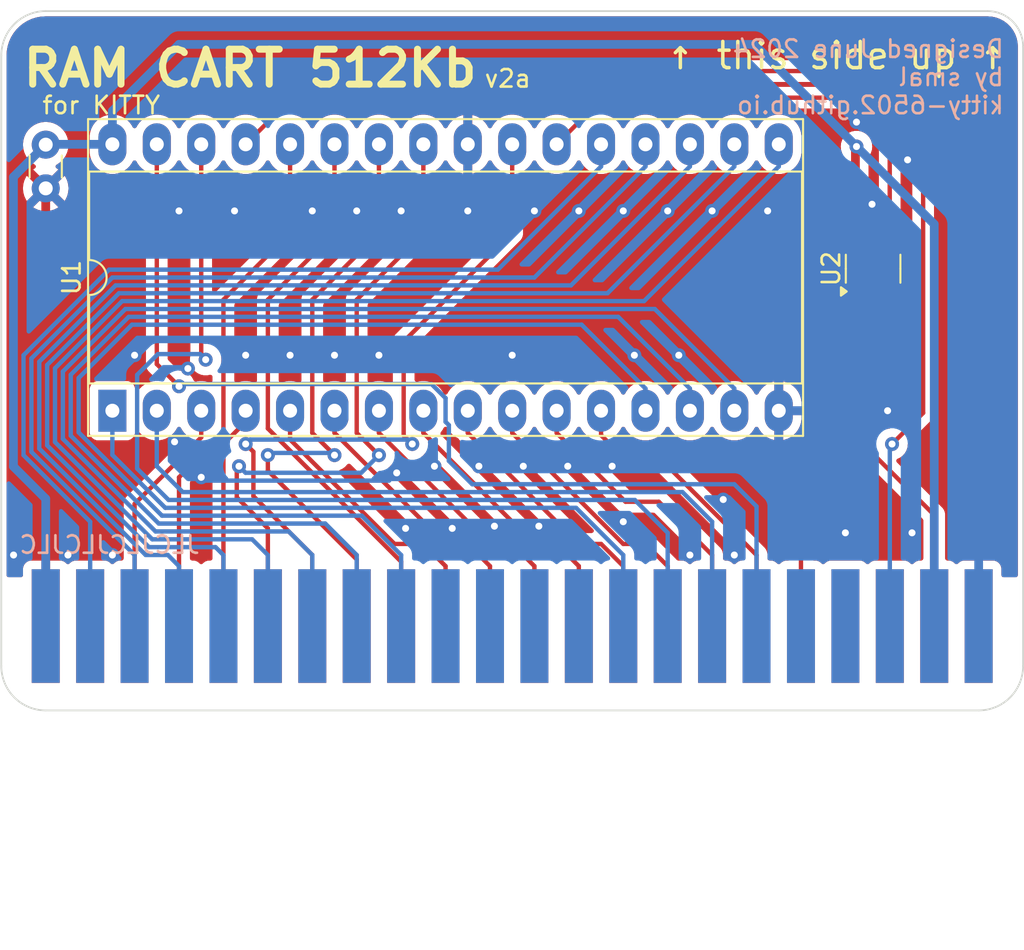
<source format=kicad_pcb>
(kicad_pcb (version 20240108) (generator "pcbnew") (generator_version "8.0")
  (layers (0 "F.Cu" signal) (31 "B.Cu" signal) (34 "B.Paste" user) (35 "F.Paste" user) (36 "B.SilkS" user "B.Silkscreen") (37 "F.SilkS" user "F.Silkscreen") (38 "B.Mask" user) (39 "F.Mask" user) (44 "Edge.Cuts" user))
  (net 0 "")
  (net 1 "GND")
  (net 2 "+5V")
  (net 3 "~{SEL}")
  (net 4 "~{CART}")
  (net 5 "A15")
  (net 6 "D7")
  (net 7 "A14")
  (net 8 "D6")
  (net 9 "A13")
  (net 10 "D5")
  (net 11 "A12")
  (net 12 "D4")
  (net 13 "A11")
  (net 14 "D3")
  (net 15 "A10")
  (net 16 "D2")
  (net 17 "A9")
  (net 18 "D1")
  (net 19 "A8")
  (net 20 "D0")
  (net 21 "A7")
  (net 22 "B7")
  (net 23 "A6")
  (net 24 "B6")
  (net 25 "A5")
  (net 26 "B5")
  (net 27 "A4")
  (net 28 "B4")
  (net 29 "A3")
  (net 30 "B3")
  (net 31 "A2")
  (net 32 "B2")
  (net 33 "A1")
  (net 34 "B1")
  (net 35 "A0")
  (net 36 "B0")
  (net 37 "3M")
  (net 38 "~{NMI}")
  (net 39 "~{R}{slash}W")
  (net 40 "~{RESET}")
  (net 41 "R{slash}~{W}")
  (net 43 "Net-(U1-CE#)")
  (footprint "Capacitor_THT:C_Disc_D3.0mm_W1.6mm_P2.50mm" (layer "F.Cu") (at 43.18 66.655 90)
    (property "Reference" "C1" (hide yes))
    (property "Value" "100nF")
    (fp_line (start 0.621 -0.92) (end 1.879 -0.92) (stroke (width 0.12)) (layer "F.SilkS"))
    (fp_line (start 0.621 0.92) (end 1.879 0.92) (stroke (width 0.12)) (layer "F.SilkS"))
    (pad "1" thru_hole circle (at 0 0 90) (size 1.6 1.6) (drill 0.8) (layers "*.Cu" "*.Mask") (net 1 "GND"))
    (pad "2" thru_hole circle (at 2.5 0 90) (size 1.6 1.6) (drill 0.8) (layers "*.Cu" "*.Mask") (net 2 "+5V"))
  )
  (footprint "Package_DIP:DIP-32_W15.24mm_Socket_LongPads" (layer "F.Cu") (at 46.99 79.375 90)
    (property "Reference" "U1" (at 7.62 -2.33 90) (layer "F.SilkS"))
    (property "Value" "AS6C4008-55PCN")
    (fp_line (start 16.68 -1.39) (end -1.44 -1.39) (stroke (width 0.12)) (layer "F.SilkS"))
    (fp_line (start -1.44 -1.39) (end -1.44 39.49) (stroke (width 0.12)) (layer "F.SilkS"))
    (fp_line (start 13.68 -1.33) (end 8.62 -1.33) (stroke (width 0.12)) (layer "F.SilkS"))
    (fp_line (start 6.62 -1.33) (end 1.56 -1.33) (stroke (width 0.12)) (layer "F.SilkS"))
    (fp_line (start 1.56 -1.33) (end 1.56 39.43) (stroke (width 0.12)) (layer "F.SilkS"))
    (fp_line (start 13.68 39.43) (end 13.68 -1.33) (stroke (width 0.12)) (layer "F.SilkS"))
    (fp_line (start 1.56 39.43) (end 13.68 39.43) (stroke (width 0.12)) (layer "F.SilkS"))
    (fp_line (start 16.68 39.49) (end 16.68 -1.39) (stroke (width 0.12)) (layer "F.SilkS"))
    (fp_line (start -1.44 39.49) (end 16.68 39.49) (stroke (width 0.12)) (layer "F.SilkS"))
    (fp_arc (start 8.62 -1.33) (mid 7.62 -0.33) (end 6.62 -1.33) (stroke (width 0.12)) (layer "F.SilkS"))
    (pad "1" thru_hole rect (at 0 0 90) (size 2.4 1.6) (drill 0.8) (layers "*.Cu" "*.Mask") (net 30 "B3"))
    (pad "2" thru_hole oval (at 0 2.54 90) (size 2.4 1.6) (drill 0.8) (layers "*.Cu" "*.Mask") (net 34 "B1"))
    (pad "3" thru_hole oval (at 0 5.08 90) (size 2.4 1.6) (drill 0.8) (layers "*.Cu" "*.Mask") (net 7 "A14"))
    (pad "4" thru_hole oval (at 0 7.62 90) (size 2.4 1.6) (drill 0.8) (layers "*.Cu" "*.Mask") (net 11 "A12"))
    (pad "5" thru_hole oval (at 0 10.16 90) (size 2.4 1.6) (drill 0.8) (layers "*.Cu" "*.Mask") (net 21 "A7"))
    (pad "6" thru_hole oval (at 0 12.7 90) (size 2.4 1.6) (drill 0.8) (layers "*.Cu" "*.Mask") (net 23 "A6"))
    (pad "7" thru_hole oval (at 0 15.24 90) (size 2.4 1.6) (drill 0.8) (layers "*.Cu" "*.Mask") (net 25 "A5"))
    (pad "8" thru_hole oval (at 0 17.78 90) (size 2.4 1.6) (drill 0.8) (layers "*.Cu" "*.Mask") (net 27 "A4"))
    (pad "9" thru_hole oval (at 0 20.32 90) (size 2.4 1.6) (drill 0.8) (layers "*.Cu" "*.Mask") (net 29 "A3"))
    (pad "10" thru_hole oval (at 0 22.86 90) (size 2.4 1.6) (drill 0.8) (layers "*.Cu" "*.Mask") (net 31 "A2"))
    (pad "11" thru_hole oval (at 0 25.4 90) (size 2.4 1.6) (drill 0.8) (layers "*.Cu" "*.Mask") (net 33 "A1"))
    (pad "12" thru_hole oval (at 0 27.94 90) (size 2.4 1.6) (drill 0.8) (layers "*.Cu" "*.Mask") (net 35 "A0"))
    (pad "13" thru_hole oval (at 0 30.48 90) (size 2.4 1.6) (drill 0.8) (layers "*.Cu" "*.Mask") (net 20 "D0"))
    (pad "14" thru_hole oval (at 0 33.02 90) (size 2.4 1.6) (drill 0.8) (layers "*.Cu" "*.Mask") (net 18 "D1"))
    (pad "15" thru_hole oval (at 0 35.56 90) (size 2.4 1.6) (drill 0.8) (layers "*.Cu" "*.Mask") (net 16 "D2"))
    (pad "16" thru_hole oval (at 0 38.1 90) (size 2.4 1.6) (drill 0.8) (layers "*.Cu" "*.Mask") (net 1 "GND"))
    (pad "17" thru_hole oval (at 15.24 38.1 90) (size 2.4 1.6) (drill 0.8) (layers "*.Cu" "*.Mask") (net 14 "D3"))
    (pad "18" thru_hole oval (at 15.24 35.56 90) (size 2.4 1.6) (drill 0.8) (layers "*.Cu" "*.Mask") (net 12 "D4"))
    (pad "19" thru_hole oval (at 15.24 33.02 90) (size 2.4 1.6) (drill 0.8) (layers "*.Cu" "*.Mask") (net 10 "D5"))
    (pad "20" thru_hole oval (at 15.24 30.48 90) (size 2.4 1.6) (drill 0.8) (layers "*.Cu" "*.Mask") (net 8 "D6"))
    (pad "21" thru_hole oval (at 15.24 27.94 90) (size 2.4 1.6) (drill 0.8) (layers "*.Cu" "*.Mask") (net 6 "D7"))
    (pad "22" thru_hole oval (at 15.24 25.4 90) (size 2.4 1.6) (drill 0.8) (layers "*.Cu" "*.Mask") (net 43 "Net-(U1-CE#)"))
    (pad "23" thru_hole oval (at 15.24 22.86 90) (size 2.4 1.6) (drill 0.8) (layers "*.Cu" "*.Mask") (net 15 "A10"))
    (pad "24" thru_hole oval (at 15.24 20.32 90) (size 2.4 1.6) (drill 0.8) (layers "*.Cu" "*.Mask") (net 1 "GND"))
    (pad "25" thru_hole oval (at 15.24 17.78 90) (size 2.4 1.6) (drill 0.8) (layers "*.Cu" "*.Mask") (net 13 "A11"))
    (pad "26" thru_hole oval (at 15.24 15.24 90) (size 2.4 1.6) (drill 0.8) (layers "*.Cu" "*.Mask") (net 17 "A9"))
    (pad "27" thru_hole oval (at 15.24 12.7 90) (size 2.4 1.6) (drill 0.8) (layers "*.Cu" "*.Mask") (net 19 "A8"))
    (pad "28" thru_hole oval (at 15.24 10.16 90) (size 2.4 1.6) (drill 0.8) (layers "*.Cu" "*.Mask") (net 9 "A13"))
    (pad "29" thru_hole oval (at 15.24 7.62 90) (size 2.4 1.6) (drill 0.8) (layers "*.Cu" "*.Mask") (net 41 "R{slash}~{W}"))
    (pad "30" thru_hole oval (at 15.24 5.08 90) (size 2.4 1.6) (drill 0.8) (layers "*.Cu" "*.Mask") (net 32 "B2"))
    (pad "31" thru_hole oval (at 15.24 2.54 90) (size 2.4 1.6) (drill 0.8) (layers "*.Cu" "*.Mask") (net 36 "B0"))
    (pad "32" thru_hole oval (at 15.24 0 90) (size 2.4 1.6) (drill 0.8) (layers "*.Cu" "*.Mask") (net 2 "+5V"))
  )
  (footprint "Package_TO_SOT_SMD:SOT-23-5" (layer "F.Cu") (at 90.485 71.2525 90)
    (property "Reference" "U2" (at 0 -2.4 -90) (layer "F.SilkS"))
    (property "Value" "74AHCT1G32")
    (fp_line (start 0 -1.56) (end 0.8 -1.56) (stroke (width 0.12)) (layer "F.SilkS"))
    (fp_line (start 0 -1.56) (end -0.8 -1.56) (stroke (width 0.12)) (layer "F.SilkS"))
    (fp_line (start 0 1.56) (end 0.8 1.56) (stroke (width 0.12)) (layer "F.SilkS"))
    (fp_line (start 0 1.56) (end -0.8 1.56) (stroke (width 0.12)) (layer "F.SilkS"))
    (fp_poly (pts (xy -1.3 -1.51) (xy -1.54 -1.84) (xy -1.06 -1.84) (xy -1.3 -1.51)) (stroke (width 0.12)) (fill solid) (layer "F.SilkS"))
    (pad "1" smd roundrect (at -1.1375 -0.95 90) (size 1.325 0.6) (layers "F.Cu" "F.Paste" "F.Mask") (net 4 "~{CART}"))
    (pad "2" smd roundrect (at -1.1375 0 90) (size 1.325 0.6) (layers "F.Cu" "F.Paste" "F.Mask") (net 3 "~{SEL}"))
    (pad "3" smd roundrect (at -1.1375 0.95 90) (size 1.325 0.6) (layers "F.Cu" "F.Paste" "F.Mask") (net 1 "GND"))
    (pad "4" smd roundrect (at 1.1375 0.95 90) (size 1.325 0.6) (layers "F.Cu" "F.Paste" "F.Mask") (net 43 "Net-(U1-CE#)"))
    (pad "5" smd roundrect (at 1.1375 -0.95 90) (size 1.325 0.6) (layers "F.Cu" "F.Paste" "F.Mask") (net 2 "+5V"))
  )
  (footprint "Smal:KITTY_Cart_Edge" (layer "F.Cu") (at 43.18 94.234)
    (property "Reference" "J1" (hide yes))
    (property "Value" "Conn_02x22_Odd_Even" (hide yes))
    (pad "1" smd rect (at 0 -2.54 180) (size 1.6 6.5) (layers "F.Cu" "F.Paste" "F.Mask") (net 1 "GND"))
    (pad "2" smd rect (at 0 -2.54 180) (size 1.6 6.5) (layers "B.Cu" "B.Paste" "B.Mask") (net 2 "+5V"))
    (pad "3" smd rect (at 2.54 -2.54 180) (size 1.6 6.5) (layers "F.Cu" "F.Paste" "F.Mask") (net 5 "A15"))
    (pad "4" smd rect (at 2.54 -2.54 180) (size 1.6 6.5) (layers "B.Cu" "B.Paste" "B.Mask") (net 6 "D7"))
    (pad "5" smd rect (at 5.08 -2.54 180) (size 1.6 6.5) (layers "F.Cu" "F.Paste" "F.Mask") (net 7 "A14"))
    (pad "6" smd rect (at 5.08 -2.54 180) (size 1.6 6.5) (layers "B.Cu" "B.Paste" "B.Mask") (net 8 "D6"))
    (pad "7" smd rect (at 7.62 -2.54 180) (size 1.6 6.5) (layers "F.Cu" "F.Paste" "F.Mask") (net 9 "A13"))
    (pad "8" smd rect (at 7.62 -2.54 180) (size 1.6 6.5) (layers "B.Cu" "B.Paste" "B.Mask") (net 10 "D5"))
    (pad "9" smd rect (at 10.16 -2.54 180) (size 1.6 6.5) (layers "F.Cu" "F.Paste" "F.Mask") (net 11 "A12"))
    (pad "10" smd rect (at 10.16 -2.54 180) (size 1.6 6.5) (layers "B.Cu" "B.Paste" "B.Mask") (net 12 "D4"))
    (pad "11" smd rect (at 12.7 -2.54 180) (size 1.6 6.5) (layers "F.Cu" "F.Paste" "F.Mask") (net 13 "A11"))
    (pad "12" smd rect (at 12.7 -2.54 180) (size 1.6 6.5) (layers "B.Cu" "B.Paste" "B.Mask") (net 14 "D3"))
    (pad "13" smd rect (at 15.24 -2.54 180) (size 1.6 6.5) (layers "F.Cu" "F.Paste" "F.Mask") (net 15 "A10"))
    (pad "14" smd rect (at 15.24 -2.54 180) (size 1.6 6.5) (layers "B.Cu" "B.Paste" "B.Mask") (net 16 "D2"))
    (pad "15" smd rect (at 17.78 -2.54 180) (size 1.6 6.5) (layers "F.Cu" "F.Paste" "F.Mask") (net 17 "A9"))
    (pad "16" smd rect (at 17.78 -2.54 180) (size 1.6 6.5) (layers "B.Cu" "B.Paste" "B.Mask") (net 18 "D1"))
    (pad "17" smd rect (at 20.32 -2.54 180) (size 1.6 6.5) (layers "F.Cu" "F.Paste" "F.Mask") (net 19 "A8"))
    (pad "18" smd rect (at 20.32 -2.54 180) (size 1.6 6.5) (layers "B.Cu" "B.Paste" "B.Mask") (net 20 "D0"))
    (pad "19" smd rect (at 22.86 -2.54 180) (size 1.6 6.5) (layers "F.Cu" "F.Paste" "F.Mask") (net 21 "A7"))
    (pad "20" smd rect (at 22.86 -2.54 180) (size 1.6 6.5) (layers "B.Cu" "B.Paste" "B.Mask") (net 22 "B7"))
    (pad "21" smd rect (at 25.4 -2.54 180) (size 1.6 6.5) (layers "F.Cu" "F.Paste" "F.Mask") (net 23 "A6"))
    (pad "22" smd rect (at 25.4 -2.54 180) (size 1.6 6.5) (layers "B.Cu" "B.Paste" "B.Mask") (net 24 "B6"))
    (pad "23" smd rect (at 27.94 -2.54 180) (size 1.6 6.5) (layers "F.Cu" "F.Paste" "F.Mask") (net 25 "A5"))
    (pad "24" smd rect (at 27.94 -2.54 180) (size 1.6 6.5) (layers "B.Cu" "B.Paste" "B.Mask") (net 26 "B5"))
    (pad "25" smd rect (at 30.48 -2.54 180) (size 1.6 6.5) (layers "F.Cu" "F.Paste" "F.Mask") (net 27 "A4"))
    (pad "26" smd rect (at 30.48 -2.54 180) (size 1.6 6.5) (layers "B.Cu" "B.Paste" "B.Mask") (net 28 "B4"))
    (pad "27" smd rect (at 33.02 -2.54 180) (size 1.6 6.5) (layers "F.Cu" "F.Paste" "F.Mask") (net 29 "A3"))
    (pad "28" smd rect (at 33.02 -2.54 180) (size 1.6 6.5) (layers "B.Cu" "B.Paste" "B.Mask") (net 30 "B3"))
    (pad "29" smd rect (at 35.56 -2.54 180) (size 1.6 6.5) (layers "F.Cu" "F.Paste" "F.Mask") (net 31 "A2"))
    (pad "30" smd rect (at 35.56 -2.54 180) (size 1.6 6.5) (layers "B.Cu" "B.Paste" "B.Mask") (net 32 "B2"))
    (pad "31" smd rect (at 38.1 -2.54 180) (size 1.6 6.5) (layers "F.Cu" "F.Paste" "F.Mask") (net 33 "A1"))
    (pad "32" smd rect (at 38.1 -2.54 180) (size 1.6 6.5) (layers "B.Cu" "B.Paste" "B.Mask") (net 34 "B1"))
    (pad "33" smd rect (at 40.64 -2.54 180) (size 1.6 6.5) (layers "F.Cu" "F.Paste" "F.Mask") (net 35 "A0"))
    (pad "34" smd rect (at 40.64 -2.54 180) (size 1.6 6.5) (layers "B.Cu" "B.Paste" "B.Mask") (net 36 "B0"))
    (pad "35" smd rect (at 43.18 -2.54 180) (size 1.6 6.5) (layers "F.Cu" "F.Paste" "F.Mask") (net 4 "~{CART}"))
    (pad "36" smd rect (at 43.18 -2.54 180) (size 1.6 6.5) (layers "B.Cu" "B.Paste" "B.Mask") (net 37 "3M"))
    (pad "37" smd rect (at 45.72 -2.54 180) (size 1.6 6.5) (layers "F.Cu" "F.Paste" "F.Mask") (net 38 "~{NMI}"))
    (pad "38" smd rect (at 45.72 -2.54 180) (size 1.6 6.5) (layers "B.Cu" "B.Paste" "B.Mask") (net 39 "~{R}{slash}W"))
    (pad "39" smd rect (at 48.26 -2.54 180) (size 1.6 6.5) (layers "F.Cu" "F.Paste" "F.Mask") (net 40 "~{RESET}"))
    (pad "40" smd rect (at 48.26 -2.54 180) (size 1.6 6.5) (layers "B.Cu" "B.Paste" "B.Mask") (net 41 "R{slash}~{W}"))
    (pad "41" smd rect (at 50.8 -2.54 180) (size 1.6 6.5) (layers "F.Cu" "F.Paste" "F.Mask") (net 3 "~{SEL}"))
    (pad "42" smd rect (at 50.8 -2.54 180) (size 1.6 6.5) (layers "B.Cu" "B.Paste" "B.Mask") (net 2 "+5V"))
    (pad "43" smd rect (at 53.34 -2.54 180) (size 1.6 6.5) (layers "F.Cu" "F.Paste" "F.Mask"))
    (pad "44" smd rect (at 53.34 -2.54 180) (size 1.6 6.5) (layers "B.Cu" "B.Paste" "B.Mask") (net 1 "GND"))
  )
  (gr_line (start 40.64 59.055) (end 40.64 93.98) (stroke (width 0.1)) (layer "Edge.Cuts"))
  (gr_arc (start 40.64 59.055) (mid 41.383949 57.258949) (end 43.18 56.515) (stroke (width 0.1)) (layer "Edge.Cuts"))
  (gr_line (start 43.18 56.515) (end 97.027999 56.515) (stroke (width 0.1)) (layer "Edge.Cuts"))
  (gr_arc (start 97.027999 56.515) (mid 98.46484 57.110159) (end 99.059999 58.547) (stroke (width 0.1)) (layer "Edge.Cuts"))
  (gr_arc (start 43.18 96.52) (mid 41.383949 95.776051) (end 40.64 93.98) (stroke (width 0.1)) (layer "Edge.Cuts"))
  (gr_line (start 99.06 93.98) (end 99.06 58.547) (stroke (width 0.1)) (layer "Edge.Cuts"))
  (gr_arc (start 99.06 93.98) (mid 98.316051 95.776051) (end 96.52 96.52) (stroke (width 0.1)) (layer "Edge.Cuts"))
  (gr_line (start 96.52 96.52) (end 43.18 96.52) (stroke (width 0.1)) (layer "Edge.Cuts"))
  (gr_text "JLCJLCJLCJLC" (at 52.07 87.63 0) (layer "B.SilkS") (effects (font (size 1 1)) (justify left bottom mirror)))
  (gr_text "Designed June 2024\nby smal\nkitty-6502.github.io" (at 98.044 62.484 0) (layer "B.SilkS") (effects (font (size 1 1)) (justify left bottom mirror)))
  (gr_text "for KITTY" (at 46.355 62.484 0) (layer "F.SilkS") (effects (font (size 1 1)) (justify bottom)))
  (gr_text "RAM CART 512Kb" (at 54.864 60.96 0) (layer "F.SilkS") (effects (font (size 2 2) (thickness 0.4) (bold yes)) (justify bottom)))
  (gr_text "v2a" (at 69.596 60.96 0) (layer "F.SilkS") (effects (font (size 1 1)) (justify bottom)))
  (gr_text "↑ this side up ↑" (at 88.392 59.944 0) (layer "F.SilkS") (effects (font (size 1.5 1.5) (thickness 0.2) (bold yes)) (justify bottom)))
  (segment (start 43.18 81.153) (end 43.18 66.655) (width 0.5) (layer "F.Cu") (net 1))
  (segment (start 43.18 91.694) (end 43.18 81.153) (width 0.5) (layer "F.Cu") (net 1))
  (via (at 92.456 65.024) (size 0.8) (drill 0.4) (layers "F.Cu" "B.Cu") (net 1))
  (via (at 63.5 67.945) (size 0.8) (drill 0.4) (layers "F.Cu" "B.Cu") (net 1))
  (via (at 76.2 85.725) (size 0.8) (drill 0.4) (layers "F.Cu" "B.Cu") (net 1))
  (via (at 63.754 86.106) (size 0.8) (drill 0.4) (layers "F.Cu" "B.Cu") (net 1))
  (via (at 41.34 87.63) (size 0.8) (drill 0.4) (layers "F.Cu" "B.Cu") (net 1))
  (via (at 81.915 84.455) (size 0.8) (drill 0.4) (layers "F.Cu" "B.Cu") (net 1))
  (via (at 67.945 82.55) (size 0.8) (drill 0.4) (layers "F.Cu" "B.Cu") (net 1))
  (via (at 71.12 67.945) (size 0.8) (drill 0.4) (layers "F.Cu" "B.Cu") (net 1))
  (via (at 48.26 76.2) (size 0.8) (drill 0.4) (layers "F.Cu" "B.Cu") (net 1))
  (via (at 60.96 67.945) (size 0.8) (drill 0.4) (layers "F.Cu" "B.Cu") (net 1))
  (via (at 52.07 83.185) (size 0.8) (drill 0.4) (layers "F.Cu" "B.Cu") (net 1))
  (via (at 71.374 85.979) (size 0.8) (drill 0.4) (layers "F.Cu" "B.Cu") (net 1))
  (via (at 63.246 82.931) (size 0.8) (drill 0.4) (layers "F.Cu" "B.Cu") (net 1))
  (via (at 70.485 82.55) (size 0.8) (drill 0.4) (layers "F.Cu" "B.Cu") (net 1))
  (via (at 92.71 86.36) (size 0.8) (drill 0.4) (layers "F.Cu" "B.Cu") (net 1))
  (via (at 90.424 67.564) (size 0.8) (drill 0.4) (layers "F.Cu" "B.Cu") (net 1))
  (via (at 75.565 82.55) (size 0.8) (drill 0.4) (layers "F.Cu" "B.Cu") (net 1))
  (via (at 79.375 76.2) (size 0.8) (drill 0.4) (layers "F.Cu" "B.Cu") (net 1))
  (via (at 58.42 67.945) (size 0.8) (drill 0.4) (layers "F.Cu" "B.Cu") (net 1))
  (via (at 51.308 76.962) (size 0.8) (drill 0.4) (layers "F.Cu" "B.Cu") (net 1))
  (via (at 80.01 87.63) (size 0.8) (drill 0.4) (layers "F.Cu" "B.Cu") (net 1))
  (via (at 78.74 67.945) (size 0.8) (drill 0.4) (layers "F.Cu" "B.Cu") (net 1))
  (via (at 89.535 62.865) (size 0.8) (drill 0.4) (layers "F.Cu" "B.Cu") (net 1))
  (via (at 73.66 67.945) (size 0.8) (drill 0.4) (layers "F.Cu" "B.Cu") (net 1))
  (via (at 44.45 87.63) (size 0.8) (drill 0.4) (layers "F.Cu" "B.Cu") (net 1))
  (via (at 68.834 85.979) (size 0.8) (drill 0.4) (layers "F.Cu" "B.Cu") (net 1))
  (via (at 65.405 82.55) (size 0.8) (drill 0.4) (layers "F.Cu" "B.Cu") (net 1))
  (via (at 62.23 76.2) (size 0.8) (drill 0.4) (layers "F.Cu" "B.Cu") (net 1))
  (via (at 46.99 87.63) (size 0.8) (drill 0.4) (layers "F.Cu" "B.Cu") (net 1))
  (via (at 91.313 79.375) (size 0.8) (drill 0.4) (layers "F.Cu" "B.Cu") (net 1))
  (via (at 59.69 76.2) (size 0.8) (drill 0.4) (layers "F.Cu" "B.Cu") (net 1))
  (via (at 54.61 76.2) (size 0.8) (drill 0.4) (layers "F.Cu" "B.Cu") (net 1))
  (via (at 84.455 67.945) (size 0.8) (drill 0.4) (layers "F.Cu" "B.Cu") (net 1))
  (via (at 57.15 76.2) (size 0.8) (drill 0.4) (layers "F.Cu" "B.Cu") (net 1))
  (via (at 50.8 67.945) (size 0.8) (drill 0.4) (layers "F.Cu" "B.Cu") (net 1))
  (via (at 53.975 67.945) (size 0.8) (drill 0.4) (layers "F.Cu" "B.Cu") (net 1))
  (via (at 76.835 76.2) (size 0.8) (drill 0.4) (layers "F.Cu" "B.Cu") (net 1))
  (via (at 50.546 81.153) (size 0.8) (drill 0.4) (layers "F.Cu" "B.Cu") (net 1))
  (via (at 81.28 67.945) (size 0.8) (drill 0.4) (layers "F.Cu" "B.Cu") (net 1))
  (via (at 73.025 82.55) (size 0.8) (drill 0.4) (layers "F.Cu" "B.Cu") (net 1))
  (via (at 66.421 86.106) (size 0.8) (drill 0.4) (layers "F.Cu" "B.Cu") (net 1))
  (via (at 67.31 67.945) (size 0.8) (drill 0.4) (layers "F.Cu" "B.Cu") (net 1))
  (via (at 82.55 87.63) (size 0.8) (drill 0.4) (layers "F.Cu" "B.Cu") (net 1))
  (via (at 69.85 76.2) (size 0.8) (drill 0.4) (layers "F.Cu" "B.Cu") (net 1))
  (via (at 88.9 86.36) (size 0.8) (drill 0.4) (layers "F.Cu" "B.Cu") (net 1))
  (via (at 76.2 67.945) (size 0.8) (drill 0.4) (layers "F.Cu" "B.Cu") (net 1))
  (segment (start 96.52 69.088) (end 96.52 91.694) (width 0.5) (layer "B.Cu") (net 1))
  (segment (start 62.802 83.375) (end 52.26 83.375) (width 0.25) (layer "B.Cu") (net 1))
  (segment (start 52.07 82.677) (end 50.546 81.153) (width 0.25) (layer "B.Cu") (net 1))
  (segment (start 85.09 79.375) (end 91.313 79.375) (width 0.5) (layer "B.Cu") (net 1))
  (segment (start 92.456 65.024) (end 96.52 69.088) (width 0.5) (layer "B.Cu") (net 1))
  (segment (start 52.07 83.185) (end 52.07 82.677) (width 0.25) (layer "B.Cu") (net 1))
  (segment (start 63.246 82.931) (end 62.802 83.375) (width 0.25) (layer "B.Cu") (net 1))
  (segment (start 52.26 83.375) (end 52.07 83.185) (width 0.25) (layer "B.Cu") (net 1))
  (segment (start 67.31 65.278) (end 67.31 64.135) (width 0.5) (layer "B.Cu") (net 1))
  (segment (start 89.474 70.054) (end 89.535 70.115) (width 0.5) (layer "F.Cu") (net 2))
  (segment (start 89.474 64.323) (end 89.474 70.054) (width 0.5) (layer "F.Cu") (net 2))
  (segment (start 89.535 64.262) (end 89.474 64.323) (width 0.5) (layer "F.Cu") (net 2))
  (via (at 89.535 64.262) (size 0.8) (drill 0.4) (layers "F.Cu" "B.Cu") (net 2))
  (segment (start 93.98 68.707) (end 93.98 91.694) (width 0.5) (layer "B.Cu") (net 2))
  (segment (start 46.99 64.135) (end 46.99 62.23) (width 0.5) (layer "B.Cu") (net 2))
  (segment (start 46.99 64.135) (end 43.2 64.135) (width 0.5) (layer "B.Cu") (net 2))
  (segment (start 43.2 64.135) (end 43.18 64.155) (width 0.5) (layer "B.Cu") (net 2))
  (segment (start 50.8 58.42) (end 83.693 58.42) (width 0.5) (layer "B.Cu") (net 2))
  (segment (start 43.18 91.694) (end 43.18 84.413) (width 0.5) (layer "B.Cu") (net 2))
  (segment (start 83.693 58.42) (end 89.535 64.262) (width 0.5) (layer "B.Cu") (net 2))
  (segment (start 41.335 66) (end 43.18 64.155) (width 0.5) (layer "B.Cu") (net 2))
  (segment (start 41.335 82.568) (end 41.335 66) (width 0.5) (layer "B.Cu") (net 2))
  (segment (start 43.18 84.413) (end 41.335 82.568) (width 0.5) (layer "B.Cu") (net 2))
  (segment (start 46.99 62.23) (end 50.8 58.42) (width 0.5) (layer "B.Cu") (net 2))
  (segment (start 89.535 64.262) (end 93.98 68.707) (width 0.5) (layer "B.Cu") (net 2))
  (segment (start 93.98 85.344) (end 90.485 81.849) (width 0.25) (layer "F.Cu") (net 3))
  (segment (start 90.485 81.849) (end 90.485 72.39) (width 0.25) (layer "F.Cu") (net 3))
  (segment (start 93.98 91.694) (end 93.98 85.344) (width 0.25) (layer "F.Cu") (net 3))
  (segment (start 89.535 81.788) (end 86.36 84.963) (width 0.25) (layer "F.Cu") (net 4))
  (segment (start 86.36 84.963) (end 86.36 91.694) (width 0.25) (layer "F.Cu") (net 4))
  (segment (start 89.535 72.39) (end 89.535 81.788) (width 0.25) (layer "F.Cu") (net 4))
  (segment (start 46.805 71.305) (end 69.03 71.305) (width 0.25) (layer "B.Cu") (net 6))
  (segment (start 41.91 76.2) (end 46.805 71.305) (width 0.25) (layer "B.Cu") (net 6))
  (segment (start 41.91 81.916396) (end 41.91 76.2) (width 0.25) (layer "B.Cu") (net 6))
  (segment (start 69.03 71.305) (end 74.93 65.405) (width 0.25) (layer "B.Cu") (net 6))
  (segment (start 74.93 65.405) (end 74.93 64.135) (width 0.25) (layer "B.Cu") (net 6))
  (segment (start 45.72 91.694) (end 45.72 85.726396) (width 0.25) (layer "B.Cu") (net 6))
  (segment (start 45.72 85.726396) (end 41.91 81.916396) (width 0.25) (layer "B.Cu") (net 6))
  (segment (start 52.07 80.899) (end 52.07 79.375) (width 0.25) (layer "F.Cu") (net 7))
  (segment (start 48.26 91.694) (end 48.26 84.709) (width 0.25) (layer "F.Cu") (net 7))
  (segment (start 48.26 84.709) (end 52.07 80.899) (width 0.25) (layer "F.Cu") (net 7))
  (segment (start 52.07 80.01) (end 52.07 79.375) (width 0.25) (layer "B.Cu") (net 7))
  (segment (start 48.26 87.63) (end 48.26 91.694) (width 0.25) (layer "B.Cu") (net 8))
  (segment (start 71.12 71.755) (end 46.991396 71.755) (width 0.25) (layer "B.Cu") (net 8))
  (segment (start 42.36 81.73) (end 48.26 87.63) (width 0.25) (layer "B.Cu") (net 8))
  (segment (start 46.991396 71.755) (end 42.36 76.386396) (width 0.25) (layer "B.Cu") (net 8))
  (segment (start 42.36 76.386396) (end 42.36 81.73) (width 0.25) (layer "B.Cu") (net 8))
  (segment (start 77.47 64.135) (end 77.47 65.405) (width 0.25) (layer "B.Cu") (net 8))
  (segment (start 77.47 65.405) (end 71.12 71.755) (width 0.25) (layer "B.Cu") (net 8))
  (segment (start 57.15 64.135) (end 57.15 69.215) (width 0.25) (layer "F.Cu") (net 9))
  (segment (start 50.8 83.185) (end 53.34 80.645) (width 0.25) (layer "F.Cu") (net 9))
  (segment (start 53.34 80.645) (end 53.34 73.025) (width 0.25) (layer "F.Cu") (net 9))
  (segment (start 50.8 83.185) (end 50.8 91.694) (width 0.25) (layer "F.Cu") (net 9))
  (segment (start 53.34 73.025) (end 57.15 69.215) (width 0.25) (layer "F.Cu") (net 9))
  (segment (start 80.01 65.405) (end 80.01 64.135) (width 0.25) (layer "B.Cu") (net 10))
  (segment (start 47.177792 72.205) (end 73.21 72.205) (width 0.25) (layer "B.Cu") (net 10))
  (segment (start 42.81 81.543604) (end 42.81 76.572792) (width 0.25) (layer "B.Cu") (net 10))
  (segment (start 48.896396 87.63) (end 42.81 81.543604) (width 0.25) (layer "B.Cu") (net 10))
  (segment (start 50.165 87.63) (end 48.896396 87.63) (width 0.25) (layer "B.Cu") (net 10))
  (segment (start 50.8 91.694) (end 50.8 88.265) (width 0.25) (layer "B.Cu") (net 10))
  (segment (start 50.8 88.265) (end 50.165 87.63) (width 0.25) (layer "B.Cu") (net 10))
  (segment (start 73.21 72.205) (end 80.01 65.405) (width 0.25) (layer "B.Cu") (net 10))
  (segment (start 42.81 76.572792) (end 47.177792 72.205) (width 0.25) (layer "B.Cu") (net 10))
  (segment (start 53.34 81.281396) (end 54.61 80.011396) (width 0.25) (layer "F.Cu") (net 11))
  (segment (start 53.34 81.281396) (end 53.34 91.694) (width 0.25) (layer "F.Cu") (net 11))
  (segment (start 54.61 80.011396) (end 54.61 79.375) (width 0.25) (layer "F.Cu") (net 11))
  (segment (start 52.89 87.18) (end 53.34 87.63) (width 0.25) (layer "B.Cu") (net 12))
  (segment (start 43.26 76.759188) (end 43.26 81.357208) (width 0.25) (layer "B.Cu") (net 12))
  (segment (start 53.34 87.63) (end 53.34 91.694) (width 0.25) (layer "B.Cu") (net 12))
  (segment (start 49.082792 87.18) (end 52.89 87.18) (width 0.25) (layer "B.Cu") (net 12))
  (segment (start 47.364188 72.655) (end 43.26 76.759188) (width 0.25) (layer "B.Cu") (net 12))
  (segment (start 43.26 81.357208) (end 49.082792 87.18) (width 0.25) (layer "B.Cu") (net 12))
  (segment (start 75.3 72.655) (end 47.364188 72.655) (width 0.25) (layer "B.Cu") (net 12))
  (segment (start 82.55 65.405) (end 75.3 72.655) (width 0.25) (layer "B.Cu") (net 12))
  (segment (start 82.55 64.135) (end 82.55 65.405) (width 0.25) (layer "B.Cu") (net 12))
  (segment (start 62.23 81.915) (end 60.96 80.645) (width 0.25) (layer "F.Cu") (net 13))
  (segment (start 60.96 80.645) (end 60.96 73.025) (width 0.25) (layer "F.Cu") (net 13))
  (segment (start 64.77 69.215) (end 64.77 64.135) (width 0.25) (layer "F.Cu") (net 13))
  (segment (start 55.88 86.106) (end 55.88 91.694) (width 0.25) (layer "F.Cu") (net 13))
  (segment (start 60.96 73.025) (end 64.77 69.215) (width 0.25) (layer "F.Cu") (net 13))
  (segment (start 54.229 82.55) (end 54.102 82.677) (width 0.25) (layer "F.Cu") (net 13))
  (segment (start 54.102 82.677) (end 54.102 84.328) (width 0.25) (layer "F.Cu") (net 13))
  (segment (start 54.102 84.328) (end 55.88 86.106) (width 0.25) (layer "F.Cu") (net 13))
  (via (at 54.229 82.55) (size 0.8) (drill 0.4) (layers "F.Cu" "B.Cu") (net 13))
  (via (at 62.23 81.915) (size 0.8) (drill 0.4) (layers "F.Cu" "B.Cu") (net 13))
  (segment (start 54.604 82.925) (end 61.22 82.925) (width 0.25) (layer "B.Cu") (net 13))
  (segment (start 61.22 82.925) (end 62.23 81.915) (width 0.25) (layer "B.Cu") (net 13))
  (segment (start 54.229 82.55) (end 54.604 82.925) (width 0.25) (layer "B.Cu") (net 13))
  (segment (start 77.39 73.105) (end 85.09 65.405) (width 0.25) (layer "B.Cu") (net 14))
  (segment (start 85.09 65.405) (end 85.09 64.135) (width 0.25) (layer "B.Cu") (net 14))
  (segment (start 43.71 76.945584) (end 47.550584 73.105) (width 0.25) (layer "B.Cu") (net 14))
  (segment (start 55.88 91.694) (end 55.88 87.63) (width 0.25) (layer "B.Cu") (net 14))
  (segment (start 43.71 81.170812) (end 43.71 76.945584) (width 0.25) (layer "B.Cu") (net 14))
  (segment (start 55.88 87.63) (end 54.98 86.73) (width 0.25) (layer "B.Cu") (net 14))
  (segment (start 54.98 86.73) (end 49.269188 86.73) (width 0.25) (layer "B.Cu") (net 14))
  (segment (start 49.269188 86.73) (end 43.71 81.170812) (width 0.25) (layer "B.Cu") (net 14))
  (segment (start 47.550584 73.105) (end 77.39 73.105) (width 0.25) (layer "B.Cu") (net 14))
  (segment (start 55.054 84.264) (end 58.42 87.63) (width 0.25) (layer "F.Cu") (net 15))
  (segment (start 63.645 75.42) (end 63.645 80.79) (width 0.25) (layer "F.Cu") (net 15))
  (segment (start 63.645 80.79) (end 64.135 81.28) (width 0.25) (layer "F.Cu") (net 15))
  (segment (start 54.61 81.28) (end 55.054 81.724) (width 0.25) (layer "F.Cu") (net 15))
  (segment (start 69.85 64.135) (end 69.85 69.215) (width 0.25) (layer "F.Cu") (net 15))
  (segment (start 58.42 87.63) (end 58.42 91.694) (width 0.25) (layer "F.Cu") (net 15))
  (segment (start 69.85 69.215) (end 63.645 75.42) (width 0.25) (layer "F.Cu") (net 15))
  (segment (start 55.054 81.724) (end 55.054 84.264) (width 0.25) (layer "F.Cu") (net 15))
  (via (at 54.61 81.28) (size 0.8) (drill 0.4) (layers "F.Cu" "B.Cu") (net 15))
  (via (at 64.135 81.28) (size 0.8) (drill 0.4) (layers "F.Cu" "B.Cu") (net 15))
  (segment (start 64.135 81.28) (end 63.8815 81.0265) (width 0.25) (layer "B.Cu") (net 15))
  (segment (start 63.8815 81.0265) (end 54.8635 81.0265) (width 0.25) (layer "B.Cu") (net 15))
  (segment (start 54.8635 81.0265) (end 54.61 81.28) (width 0.25) (layer "B.Cu") (net 15))
  (segment (start 44.16 77.13198) (end 47.73698 73.555) (width 0.25) (layer "B.Cu") (net 16))
  (segment (start 82.55 78.105) (end 82.55 79.375) (width 0.25) (layer "B.Cu") (net 16))
  (segment (start 49.455584 86.28) (end 44.16 80.984416) (width 0.25) (layer "B.Cu") (net 16))
  (segment (start 58.42 91.694) (end 58.42 87.63) (width 0.25) (layer "B.Cu") (net 16))
  (segment (start 78 73.555) (end 82.55 78.105) (width 0.25) (layer "B.Cu") (net 16))
  (segment (start 58.42 87.63) (end 57.07 86.28) (width 0.25) (layer "B.Cu") (net 16))
  (segment (start 47.73698 73.555) (end 78 73.555) (width 0.25) (layer "B.Cu") (net 16))
  (segment (start 44.16 80.984416) (end 44.16 77.13198) (width 0.25) (layer "B.Cu") (net 16))
  (segment (start 57.07 86.28) (end 49.455584 86.28) (width 0.25) (layer "B.Cu") (net 16))
  (segment (start 55.88 82.804) (end 60.96 87.884) (width 0.25) (layer "F.Cu") (net 17))
  (segment (start 62.23 69.215) (end 62.23 64.135) (width 0.25) (layer "F.Cu") (net 17))
  (segment (start 55.88 81.915) (end 55.88 82.804) (width 0.25) (layer "F.Cu") (net 17))
  (segment (start 58.42 80.645) (end 58.42 73.025) (width 0.25) (layer "F.Cu") (net 17))
  (segment (start 58.42 73.025) (end 62.23 69.215) (width 0.25) (layer "F.Cu") (net 17))
  (segment (start 60.96 87.884) (end 60.96 91.694) (width 0.25) (layer "F.Cu") (net 17))
  (segment (start 59.69 81.915) (end 58.42 80.645) (width 0.25) (layer "F.Cu") (net 17))
  (via (at 59.69 81.915) (size 0.8) (drill 0.4) (layers "F.Cu" "B.Cu") (net 17))
  (via (at 55.88 81.915) (size 0.8) (drill 0.4) (layers "F.Cu" "B.Cu") (net 17))
  (segment (start 59.436 81.788) (end 59.563 81.915) (width 0.25) (layer "B.Cu") (net 17))
  (segment (start 56.007 81.788) (end 59.436 81.788) (width 0.25) (layer "B.Cu") (net 17))
  (segment (start 55.88 81.915) (end 56.007 81.788) (width 0.25) (layer "B.Cu") (net 17))
  (segment (start 59.563 81.915) (end 59.69 81.915) (width 0.25) (layer "B.Cu") (net 17))
  (segment (start 47.923376 74.005) (end 75.91 74.005) (width 0.25) (layer "B.Cu") (net 18))
  (segment (start 60.96 91.694) (end 60.96 87.63) (width 0.25) (layer "B.Cu") (net 18))
  (segment (start 80.01 78.105) (end 80.01 79.375) (width 0.25) (layer "B.Cu") (net 18))
  (segment (start 60.96 87.63) (end 59.16 85.83) (width 0.25) (layer "B.Cu") (net 18))
  (segment (start 49.64198 85.83) (end 44.61 80.79802) (width 0.25) (layer "B.Cu") (net 18))
  (segment (start 44.61 77.318376) (end 47.923376 74.005) (width 0.25) (layer "B.Cu") (net 18))
  (segment (start 44.61 80.79802) (end 44.61 77.318376) (width 0.25) (layer "B.Cu") (net 18))
  (segment (start 59.16 85.83) (end 49.64198 85.83) (width 0.25) (layer "B.Cu") (net 18))
  (segment (start 75.91 74.005) (end 80.01 78.105) (width 0.25) (layer "B.Cu") (net 18))
  (segment (start 63.5 91.694) (end 63.5 88.011) (width 0.25) (layer "F.Cu") (net 19))
  (segment (start 55.88 80.391) (end 55.88 73.025) (width 0.25) (layer "F.Cu") (net 19))
  (segment (start 63.5 88.011) (end 55.88 80.391) (width 0.25) (layer "F.Cu") (net 19))
  (segment (start 59.69 69.215) (end 59.69 64.135) (width 0.25) (layer "F.Cu") (net 19))
  (segment (start 55.88 73.025) (end 59.69 69.215) (width 0.25) (layer "F.Cu") (net 19))
  (segment (start 45.06 80.611624) (end 49.828376 85.38) (width 0.25) (layer "B.Cu") (net 20))
  (segment (start 73.82 74.455) (end 48.109772 74.455) (width 0.25) (layer "B.Cu") (net 20))
  (segment (start 49.828376 85.38) (end 61.25 85.38) (width 0.25) (layer "B.Cu") (net 20))
  (segment (start 63.5 87.63) (end 63.5 91.694) (width 0.25) (layer "B.Cu") (net 20))
  (segment (start 77.47 78.105) (end 73.82 74.455) (width 0.25) (layer "B.Cu") (net 20))
  (segment (start 77.47 79.375) (end 77.47 78.105) (width 0.25) (layer "B.Cu") (net 20))
  (segment (start 61.25 85.38) (end 63.5 87.63) (width 0.25) (layer "B.Cu") (net 20))
  (segment (start 48.109772 74.455) (end 45.06 77.504772) (width 0.25) (layer "B.Cu") (net 20))
  (segment (start 45.06 77.504772) (end 45.06 80.611624) (width 0.25) (layer "B.Cu") (net 20))
  (segment (start 63.120396 86.995) (end 57.15 81.024604) (width 0.25) (layer "F.Cu") (net 21))
  (segment (start 57.15 81.024604) (end 57.15 79.375) (width 0.25) (layer "F.Cu") (net 21))
  (segment (start 64.77 86.995) (end 63.120396 86.995) (width 0.25) (layer "F.Cu") (net 21))
  (segment (start 66.04 88.265) (end 64.77 86.995) (width 0.25) (layer "F.Cu") (net 21))
  (segment (start 66.04 91.694) (end 66.04 88.265) (width 0.25) (layer "F.Cu") (net 21))
  (segment (start 59.69 79.375) (end 59.69 80.645) (width 0.25) (layer "F.Cu") (net 23))
  (segment (start 67.31 86.995) (end 68.58 88.265) (width 0.25) (layer "F.Cu") (net 23))
  (segment (start 68.58 88.265) (end 68.58 91.694) (width 0.25) (layer "F.Cu") (net 23))
  (segment (start 59.69 80.645) (end 66.04 86.995) (width 0.25) (layer "F.Cu") (net 23))
  (segment (start 66.04 86.995) (end 67.31 86.995) (width 0.25) (layer "F.Cu") (net 23))
  (segment (start 69.85 86.995) (end 68.58 86.995) (width 0.25) (layer "F.Cu") (net 25))
  (segment (start 62.23 80.645) (end 62.23 79.375) (width 0.25) (layer "F.Cu") (net 25))
  (segment (start 68.58 86.995) (end 62.23 80.645) (width 0.25) (layer "F.Cu") (net 25))
  (segment (start 71.12 91.694) (end 71.12 88.265) (width 0.25) (layer "F.Cu") (net 25))
  (segment (start 71.12 88.265) (end 69.85 86.995) (width 0.25) (layer "F.Cu") (net 25))
  (segment (start 73.66 88.265) (end 73.66 91.694) (width 0.25) (layer "F.Cu") (net 27))
  (segment (start 64.77 79.375) (end 64.77 80.645) (width 0.25) (layer "F.Cu") (net 27))
  (segment (start 64.77 80.645) (end 71.12 86.995) (width 0.25) (layer "F.Cu") (net 27))
  (segment (start 72.39 86.995) (end 73.66 88.265) (width 0.25) (layer "F.Cu") (net 27))
  (segment (start 71.12 86.995) (end 72.39 86.995) (width 0.25) (layer "F.Cu") (net 27))
  (segment (start 73.66 86.995) (end 74.93 86.995) (width 0.25) (layer "F.Cu") (net 29))
  (segment (start 67.31 80.645) (end 73.66 86.995) (width 0.25) (layer "F.Cu") (net 29))
  (segment (start 67.31 79.375) (end 67.31 80.645) (width 0.25) (layer "F.Cu") (net 29))
  (segment (start 74.93 86.995) (end 76.2 88.265) (width 0.25) (layer "F.Cu") (net 29))
  (segment (start 76.2 88.265) (end 76.2 91.694) (width 0.25) (layer "F.Cu") (net 29))
  (segment (start 50.014772 84.93) (end 73.5 84.93) (width 0.25) (layer "B.Cu") (net 30))
  (segment (start 76.2 87.63) (end 76.2 91.694) (width 0.25) (layer "B.Cu") (net 30))
  (segment (start 46.99 81.905228) (end 50.014772 84.93) (width 0.25) (layer "B.Cu") (net 30))
  (segment (start 73.5 84.93) (end 76.2 87.63) (width 0.25) (layer "B.Cu") (net 30))
  (segment (start 46.99 79.375) (end 46.99 81.905228) (width 0.25) (layer "B.Cu") (net 30))
  (segment (start 78.74 88.265) (end 78.74 91.694) (width 0.25) (layer "F.Cu") (net 31))
  (segment (start 69.85 79.375) (end 69.85 80.645) (width 0.25) (layer "F.Cu") (net 31))
  (segment (start 77.47 86.995) (end 78.74 88.265) (width 0.25) (layer "F.Cu") (net 31))
  (segment (start 69.85 80.645) (end 76.2 86.995) (width 0.25) (layer "F.Cu") (net 31))
  (segment (start 76.2 86.995) (end 77.47 86.995) (width 0.25) (layer "F.Cu") (net 31))
  (segment (start 52.07 76.2) (end 52.07 64.135) (width 0.25) (layer "F.Cu") (net 32))
  (segment (start 52.324 76.454) (end 52.07 76.2) (width 0.25) (layer "F.Cu") (net 32))
  (via (at 52.324 76.454) (size 0.8) (drill 0.4) (layers "F.Cu" "B.Cu") (net 32))
  (segment (start 78.74 86.36) (end 78.74 91.694) (width 0.25) (layer "B.Cu") (net 32))
  (segment (start 52.324 76.454) (end 52.007 76.137) (width 0.25) (layer "B.Cu") (net 32))
  (segment (start 48.405 82.683832) (end 50.201168 84.48) (width 0.25) (layer "B.Cu") (net 32))
  (segment (start 49.593 76.137) (end 48.405 77.325) (width 0.25) (layer "B.Cu") (net 32))
  (segment (start 50.201168 84.48) (end 76.86 84.48) (width 0.25) (layer "B.Cu") (net 32))
  (segment (start 76.86 84.48) (end 78.74 86.36) (width 0.25) (layer "B.Cu") (net 32))
  (segment (start 48.405 77.325) (end 48.405 82.683832) (width 0.25) (layer "B.Cu") (net 32))
  (segment (start 52.007 76.137) (end 49.593 76.137) (width 0.25) (layer "B.Cu") (net 32))
  (segment (start 76.327 84.582) (end 78.232 84.582) (width 0.25) (layer "F.Cu") (net 33))
  (segment (start 72.39 80.645) (end 76.327 84.582) (width 0.25) (layer "F.Cu") (net 33))
  (segment (start 78.232 84.582) (end 81.28 87.63) (width 0.25) (layer "F.Cu") (net 33))
  (segment (start 72.39 79.375) (end 72.39 80.645) (width 0.25) (layer "F.Cu") (net 33))
  (segment (start 81.28 87.63) (end 81.28 91.694) (width 0.25) (layer "F.Cu") (net 33))
  (segment (start 81.28 85.725) (end 81.28 91.694) (width 0.25) (layer "B.Cu") (net 34))
  (segment (start 51.01 84.03) (end 79.585 84.03) (width 0.25) (layer "B.Cu") (net 34))
  (segment (start 79.585 84.03) (end 81.28 85.725) (width 0.25) (layer "B.Cu") (net 34))
  (segment (start 49.53 82.55) (end 51.01 84.03) (width 0.25) (layer "B.Cu") (net 34))
  (segment (start 49.53 79.375) (end 49.53 82.55) (width 0.25) (layer "B.Cu") (net 34))
  (segment (start 75.906727 81.725) (end 76.223727 82.042) (width 0.25) (layer "F.Cu") (net 35))
  (segment (start 78.232 82.042) (end 83.82 87.63) (width 0.25) (layer "F.Cu") (net 35))
  (segment (start 74.93 79.375) (end 74.93 80.772) (width 0.25) (layer "F.Cu") (net 35))
  (segment (start 74.93 80.772) (end 75.883 81.725) (width 0.25) (layer "F.Cu") (net 35))
  (segment (start 75.883 81.725) (end 75.906727 81.725) (width 0.25) (layer "F.Cu") (net 35))
  (segment (start 76.223727 82.042) (end 78.232 82.042) (width 0.25) (layer "F.Cu") (net 35))
  (segment (start 83.82 87.63) (end 83.82 91.694) (width 0.25) (layer "F.Cu") (net 35))
  (segment (start 50.8 77.978) (end 49.53 76.708) (width 0.25) (layer "F.Cu") (net 36))
  (segment (start 49.53 76.708) (end 49.53 64.135) (width 0.25) (layer "F.Cu") (net 36))
  (via (at 50.8 77.978) (size 0.8) (drill 0.4) (layers "F.Cu" "B.Cu") (net 36))
  (segment (start 66.04 80.01) (end 66.23 80.2) (width 0.25) (layer "B.Cu") (net 36))
  (segment (start 67.564 83.58) (end 82.55 83.58) (width 0.25) (layer "B.Cu") (net 36))
  (segment (start 65.23599 77.85) (end 66.04 78.65401) (width 0.25) (layer "B.Cu") (net 36))
  (segment (start 66.04 78.65401) (end 66.04 80.01) (width 0.25) (layer "B.Cu") (net 36))
  (segment (start 66.23 80.2) (end 66.23 82.246) (width 0.25) (layer "B.Cu") (net 36))
  (segment (start 83.82 84.85) (end 83.82 91.694) (width 0.25) (layer "B.Cu") (net 36))
  (segment (start 50.928 77.85) (end 65.23599 77.85) (width 0.25) (layer "B.Cu") (net 36))
  (segment (start 82.55 83.58) (end 83.82 84.85) (width 0.25) (layer "B.Cu") (net 36))
  (segment (start 66.23 82.246) (end 67.564 83.58) (width 0.25) (layer "B.Cu") (net 36))
  (segment (start 50.8 77.978) (end 50.928 77.85) (width 0.25) (layer "B.Cu") (net 36))
  (segment (start 58.801 59.944) (end 54.61 64.135) (width 0.25) (layer "F.Cu") (net 41))
  (segment (start 93.345 79.502) (end 93.345 63.246) (width 0.25) (layer "F.Cu") (net 41))
  (segment (start 91.567 81.28) (end 93.345 79.502) (width 0.25) (layer "F.Cu") (net 41))
  (segment (start 90.043 59.944) (end 58.801 59.944) (width 0.25) (layer "F.Cu") (net 41))
  (segment (start 93.345 63.246) (end 90.043 59.944) (width 0.25) (layer "F.Cu") (net 41))
  (via (at 91.567 81.28) (size 0.8) (drill 0.4) (layers "F.Cu" "B.Cu") (net 41))
  (segment (start 91.567 81.28) (end 91.44 81.407) (width 0.25) (layer "B.Cu") (net 41))
  (segment (start 54.61 64.135) (end 54.61 63.5) (width 0.25) (layer "B.Cu") (net 41))
  (segment (start 91.44 81.407) (end 91.44 91.694) (width 0.25) (layer "B.Cu") (net 41))
  (segment (start 91.435 63.495) (end 89.408 61.468) (width 0.25) (layer "F.Cu") (net 43))
  (segment (start 89.408 61.468) (end 75.057 61.468) (width 0.25) (layer "F.Cu") (net 43))
  (segment (start 75.057 61.468) (end 72.39 64.135) (width 0.25) (layer "F.Cu") (net 43))
  (segment (start 91.435 70.115) (end 91.435 63.495) (width 0.25) (layer "F.Cu") (net 43))
  (zone (net 1) (net_name "GND") (layer "F.Cu") (connect_pads (clearance 0.5)) (min_thickness 0.25) (fill yes (thermal_gap 0.5) (thermal_bridge_width 0.5))
    (polygon (pts (xy 40.64 88.9) (xy 40.64 55.88) (xy 99.06 55.88) (xy 99.06 88.9)))
  )
  (zone (net 1) (net_name "GND") (layers "F&B.Cu") (connect_pads (clearance 0.5)) (min_thickness 0.25) (fill yes (thermal_gap 0.5) (thermal_bridge_width 0.5))
    (polygon (pts (xy 40.64 88.9) (xy 40.64 55.88) (xy 99.06 55.88) (xy 99.06 88.9)))
  )
)
</source>
